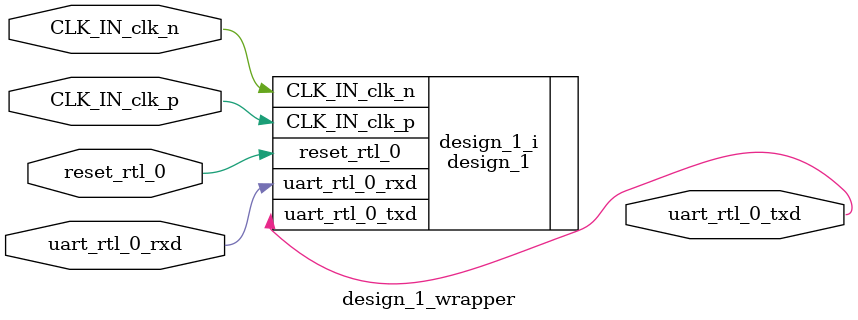
<source format=v>
`timescale 1 ps / 1 ps

module design_1_wrapper
   (CLK_IN_clk_n,
    CLK_IN_clk_p,
    reset_rtl_0,
    uart_rtl_0_rxd,
    uart_rtl_0_txd);
  input CLK_IN_clk_n;
  input CLK_IN_clk_p;
  input reset_rtl_0;
  input uart_rtl_0_rxd;
  output uart_rtl_0_txd;

  wire CLK_IN_clk_n;
  wire CLK_IN_clk_p;
  wire reset_rtl_0;
  wire uart_rtl_0_rxd;
  wire uart_rtl_0_txd;

  design_1 design_1_i
       (.CLK_IN_clk_n(CLK_IN_clk_n),
        .CLK_IN_clk_p(CLK_IN_clk_p),
        .reset_rtl_0(reset_rtl_0),
        .uart_rtl_0_rxd(uart_rtl_0_rxd),
        .uart_rtl_0_txd(uart_rtl_0_txd));
endmodule

</source>
